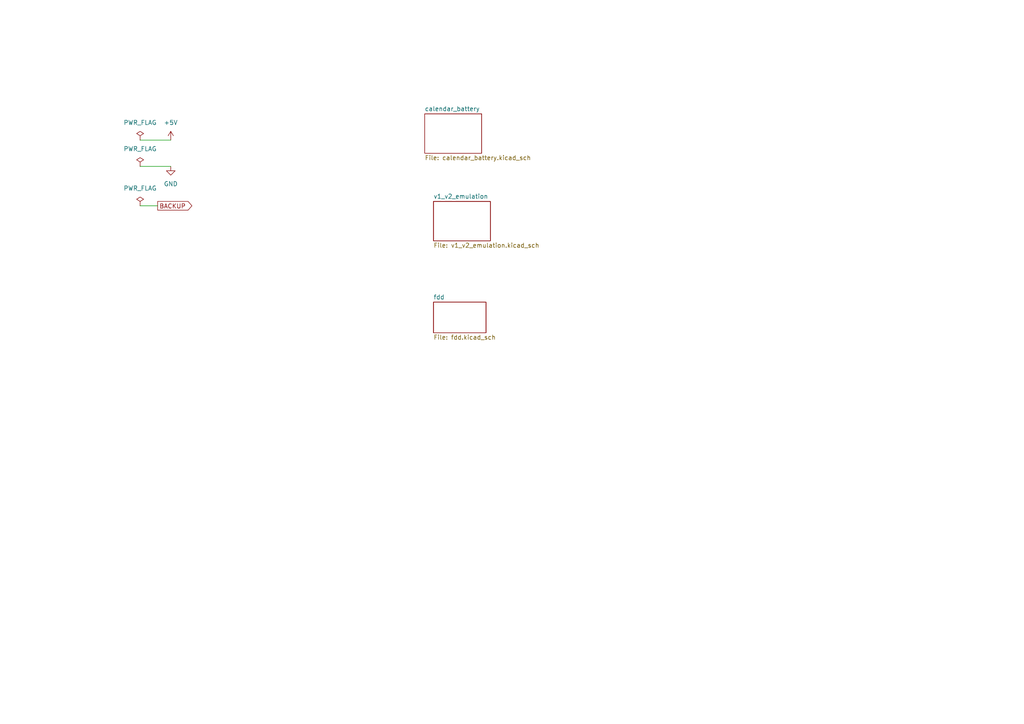
<source format=kicad_sch>
(kicad_sch (version 20230121) (generator eeschema)

  (uuid 8cd193ae-a369-4130-9ba4-f2075fa60e2b)

  (paper "A4")

  (lib_symbols
    (symbol "power:+5V" (power) (pin_names (offset 0)) (in_bom yes) (on_board yes)
      (property "Reference" "#PWR" (at 0 -3.81 0)
        (effects (font (size 1.27 1.27)) hide)
      )
      (property "Value" "+5V" (at 0 3.556 0)
        (effects (font (size 1.27 1.27)))
      )
      (property "Footprint" "" (at 0 0 0)
        (effects (font (size 1.27 1.27)) hide)
      )
      (property "Datasheet" "" (at 0 0 0)
        (effects (font (size 1.27 1.27)) hide)
      )
      (property "ki_keywords" "global power" (at 0 0 0)
        (effects (font (size 1.27 1.27)) hide)
      )
      (property "ki_description" "Power symbol creates a global label with name \"+5V\"" (at 0 0 0)
        (effects (font (size 1.27 1.27)) hide)
      )
      (symbol "+5V_0_1"
        (polyline
          (pts
            (xy -0.762 1.27)
            (xy 0 2.54)
          )
          (stroke (width 0) (type default))
          (fill (type none))
        )
        (polyline
          (pts
            (xy 0 0)
            (xy 0 2.54)
          )
          (stroke (width 0) (type default))
          (fill (type none))
        )
        (polyline
          (pts
            (xy 0 2.54)
            (xy 0.762 1.27)
          )
          (stroke (width 0) (type default))
          (fill (type none))
        )
      )
      (symbol "+5V_1_1"
        (pin power_in line (at 0 0 90) (length 0) hide
          (name "+5V" (effects (font (size 1.27 1.27))))
          (number "1" (effects (font (size 1.27 1.27))))
        )
      )
    )
    (symbol "power:GND" (power) (pin_names (offset 0)) (in_bom yes) (on_board yes)
      (property "Reference" "#PWR" (at 0 -6.35 0)
        (effects (font (size 1.27 1.27)) hide)
      )
      (property "Value" "GND" (at 0 -3.81 0)
        (effects (font (size 1.27 1.27)))
      )
      (property "Footprint" "" (at 0 0 0)
        (effects (font (size 1.27 1.27)) hide)
      )
      (property "Datasheet" "" (at 0 0 0)
        (effects (font (size 1.27 1.27)) hide)
      )
      (property "ki_keywords" "global power" (at 0 0 0)
        (effects (font (size 1.27 1.27)) hide)
      )
      (property "ki_description" "Power symbol creates a global label with name \"GND\" , ground" (at 0 0 0)
        (effects (font (size 1.27 1.27)) hide)
      )
      (symbol "GND_0_1"
        (polyline
          (pts
            (xy 0 0)
            (xy 0 -1.27)
            (xy 1.27 -1.27)
            (xy 0 -2.54)
            (xy -1.27 -1.27)
            (xy 0 -1.27)
          )
          (stroke (width 0) (type default))
          (fill (type none))
        )
      )
      (symbol "GND_1_1"
        (pin power_in line (at 0 0 270) (length 0) hide
          (name "GND" (effects (font (size 1.27 1.27))))
          (number "1" (effects (font (size 1.27 1.27))))
        )
      )
    )
    (symbol "power:PWR_FLAG" (power) (pin_numbers hide) (pin_names (offset 0) hide) (in_bom yes) (on_board yes)
      (property "Reference" "#FLG" (at 0 1.905 0)
        (effects (font (size 1.27 1.27)) hide)
      )
      (property "Value" "PWR_FLAG" (at 0 3.81 0)
        (effects (font (size 1.27 1.27)))
      )
      (property "Footprint" "" (at 0 0 0)
        (effects (font (size 1.27 1.27)) hide)
      )
      (property "Datasheet" "~" (at 0 0 0)
        (effects (font (size 1.27 1.27)) hide)
      )
      (property "ki_keywords" "flag power" (at 0 0 0)
        (effects (font (size 1.27 1.27)) hide)
      )
      (property "ki_description" "Special symbol for telling ERC where power comes from" (at 0 0 0)
        (effects (font (size 1.27 1.27)) hide)
      )
      (symbol "PWR_FLAG_0_0"
        (pin power_out line (at 0 0 90) (length 0)
          (name "pwr" (effects (font (size 1.27 1.27))))
          (number "1" (effects (font (size 1.27 1.27))))
        )
      )
      (symbol "PWR_FLAG_0_1"
        (polyline
          (pts
            (xy 0 0)
            (xy 0 1.27)
            (xy -1.016 1.905)
            (xy 0 2.54)
            (xy 1.016 1.905)
            (xy 0 1.27)
          )
          (stroke (width 0) (type default))
          (fill (type none))
        )
      )
    )
  )


  (wire (pts (xy 40.64 59.69) (xy 45.72 59.69))
    (stroke (width 0) (type default))
    (uuid 3b6af87d-cd68-433e-b8c9-a9b99b2ac965)
  )
  (wire (pts (xy 40.64 40.64) (xy 49.53 40.64))
    (stroke (width 0) (type default))
    (uuid ae7399d2-9f63-4ea3-86ec-fc514eca02f4)
  )
  (wire (pts (xy 40.64 48.26) (xy 49.53 48.26))
    (stroke (width 0) (type default))
    (uuid f7106149-afe9-4286-a1f5-b7bade877f95)
  )

  (global_label "BACKUP" (shape output) (at 45.72 59.69 0) (fields_autoplaced)
    (effects (font (size 1.27 1.27)) (justify left))
    (uuid 2d4b8538-0361-4750-9c2a-9463ab824c7d)
    (property "Intersheetrefs" "${INTERSHEET_REFS}" (at 56.2043 59.69 0)
      (effects (font (size 1.27 1.27)) (justify left) hide)
    )
  )

  (symbol (lib_id "power:GND") (at 49.53 48.26 0) (unit 1)
    (in_bom yes) (on_board yes) (dnp no) (fields_autoplaced)
    (uuid 297c740f-4313-452e-8f1b-a88d5ddf0be4)
    (property "Reference" "#PWR013" (at 49.53 54.61 0)
      (effects (font (size 1.27 1.27)) hide)
    )
    (property "Value" "GND" (at 49.53 53.34 0)
      (effects (font (size 1.27 1.27)))
    )
    (property "Footprint" "" (at 49.53 48.26 0)
      (effects (font (size 1.27 1.27)) hide)
    )
    (property "Datasheet" "" (at 49.53 48.26 0)
      (effects (font (size 1.27 1.27)) hide)
    )
    (pin "1" (uuid a623027d-0897-4714-91d6-2a2b770f5596))
    (instances
      (project "PWD665"
        (path "/8cd193ae-a369-4130-9ba4-f2075fa60e2b"
          (reference "#PWR013") (unit 1)
        )
      )
    )
  )

  (symbol (lib_id "power:PWR_FLAG") (at 40.64 48.26 0) (unit 1)
    (in_bom yes) (on_board yes) (dnp no) (fields_autoplaced)
    (uuid 30e09b5a-3c63-41ef-9ce9-a8f18d6795c6)
    (property "Reference" "#FLG02" (at 40.64 46.355 0)
      (effects (font (size 1.27 1.27)) hide)
    )
    (property "Value" "PWR_FLAG" (at 40.64 43.18 0)
      (effects (font (size 1.27 1.27)))
    )
    (property "Footprint" "" (at 40.64 48.26 0)
      (effects (font (size 1.27 1.27)) hide)
    )
    (property "Datasheet" "~" (at 40.64 48.26 0)
      (effects (font (size 1.27 1.27)) hide)
    )
    (pin "1" (uuid a4bd76a0-4f44-49c0-8787-57996fd2e791))
    (instances
      (project "PWD665"
        (path "/8cd193ae-a369-4130-9ba4-f2075fa60e2b"
          (reference "#FLG02") (unit 1)
        )
      )
    )
  )

  (symbol (lib_id "power:PWR_FLAG") (at 40.64 40.64 0) (unit 1)
    (in_bom yes) (on_board yes) (dnp no) (fields_autoplaced)
    (uuid 387306b5-49e8-42c8-83b4-dd822dc5b578)
    (property "Reference" "#FLG01" (at 40.64 38.735 0)
      (effects (font (size 1.27 1.27)) hide)
    )
    (property "Value" "PWR_FLAG" (at 40.64 35.56 0)
      (effects (font (size 1.27 1.27)))
    )
    (property "Footprint" "" (at 40.64 40.64 0)
      (effects (font (size 1.27 1.27)) hide)
    )
    (property "Datasheet" "~" (at 40.64 40.64 0)
      (effects (font (size 1.27 1.27)) hide)
    )
    (pin "1" (uuid 83f16c3a-e5f6-4313-a275-4eaf5c971563))
    (instances
      (project "PWD665"
        (path "/8cd193ae-a369-4130-9ba4-f2075fa60e2b"
          (reference "#FLG01") (unit 1)
        )
      )
    )
  )

  (symbol (lib_id "power:PWR_FLAG") (at 40.64 59.69 0) (unit 1)
    (in_bom yes) (on_board yes) (dnp no) (fields_autoplaced)
    (uuid 93ef203d-2bc5-46ab-80ed-a776546b7ed1)
    (property "Reference" "#FLG03" (at 40.64 57.785 0)
      (effects (font (size 1.27 1.27)) hide)
    )
    (property "Value" "PWR_FLAG" (at 40.64 54.61 0)
      (effects (font (size 1.27 1.27)))
    )
    (property "Footprint" "" (at 40.64 59.69 0)
      (effects (font (size 1.27 1.27)) hide)
    )
    (property "Datasheet" "~" (at 40.64 59.69 0)
      (effects (font (size 1.27 1.27)) hide)
    )
    (pin "1" (uuid 7f738fc9-4e64-477d-aa75-fefed6880b70))
    (instances
      (project "PWD665"
        (path "/8cd193ae-a369-4130-9ba4-f2075fa60e2b"
          (reference "#FLG03") (unit 1)
        )
      )
    )
  )

  (symbol (lib_id "power:+5V") (at 49.53 40.64 0) (unit 1)
    (in_bom yes) (on_board yes) (dnp no) (fields_autoplaced)
    (uuid e4b2897f-8bd8-479e-bbcb-8f4e3d3a8458)
    (property "Reference" "#PWR012" (at 49.53 44.45 0)
      (effects (font (size 1.27 1.27)) hide)
    )
    (property "Value" "+5V" (at 49.53 35.56 0)
      (effects (font (size 1.27 1.27)))
    )
    (property "Footprint" "" (at 49.53 40.64 0)
      (effects (font (size 1.27 1.27)) hide)
    )
    (property "Datasheet" "" (at 49.53 40.64 0)
      (effects (font (size 1.27 1.27)) hide)
    )
    (pin "1" (uuid 74e96ac6-bdb8-4337-9ee0-0a74f81b46ee))
    (instances
      (project "PWD665"
        (path "/8cd193ae-a369-4130-9ba4-f2075fa60e2b"
          (reference "#PWR012") (unit 1)
        )
      )
    )
  )

  (sheet (at 125.73 87.63) (size 15.24 8.89) (fields_autoplaced)
    (stroke (width 0.1524) (type solid))
    (fill (color 0 0 0 0.0000))
    (uuid 2ca9362f-b9ab-4d0b-a9b8-cae3f1219ec1)
    (property "Sheetname" "fdd" (at 125.73 86.9184 0)
      (effects (font (size 1.27 1.27)) (justify left bottom))
    )
    (property "Sheetfile" "fdd.kicad_sch" (at 125.73 97.1046 0)
      (effects (font (size 1.27 1.27)) (justify left top))
    )
    (instances
      (project "PWD665"
        (path "/8cd193ae-a369-4130-9ba4-f2075fa60e2b" (page "4"))
      )
    )
  )

  (sheet (at 125.73 58.42) (size 16.51 11.43) (fields_autoplaced)
    (stroke (width 0.1524) (type solid))
    (fill (color 0 0 0 0.0000))
    (uuid 4936267e-2afc-4e41-be53-b97a571a33d1)
    (property "Sheetname" "v1_v2_emulation" (at 125.73 57.7084 0)
      (effects (font (size 1.27 1.27)) (justify left bottom))
    )
    (property "Sheetfile" "v1_v2_emulation.kicad_sch" (at 125.73 70.4346 0)
      (effects (font (size 1.27 1.27)) (justify left top))
    )
    (instances
      (project "PWD665"
        (path "/8cd193ae-a369-4130-9ba4-f2075fa60e2b" (page "3"))
      )
    )
  )

  (sheet (at 123.19 33.02) (size 16.51 11.43) (fields_autoplaced)
    (stroke (width 0.1524) (type solid))
    (fill (color 0 0 0 0.0000))
    (uuid d1ce4ab1-dfff-4863-9bdb-fbcf1ed2ff6f)
    (property "Sheetname" "calendar_battery" (at 123.19 32.3084 0)
      (effects (font (size 1.27 1.27)) (justify left bottom))
    )
    (property "Sheetfile" "calendar_battery.kicad_sch" (at 123.19 45.0346 0)
      (effects (font (size 1.27 1.27)) (justify left top))
    )
    (instances
      (project "PWD665"
        (path "/8cd193ae-a369-4130-9ba4-f2075fa60e2b" (page "2"))
      )
    )
  )

  (sheet_instances
    (path "/" (page "1"))
  )
)

</source>
